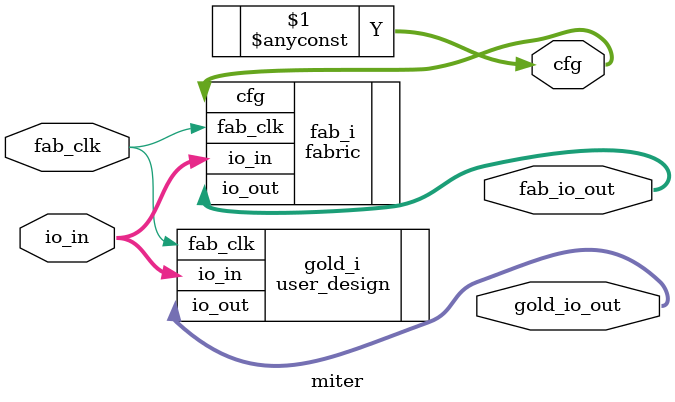
<source format=sv>
module miter(
	input fab_clk,
	input [3:0] io_in,
	output [119:0] cfg,
	output [7:0] fab_io_out,
	output [7:0] gold_io_out
);
	assign cfg = $anyconst;
	fabric fab_i (
  		.fab_clk(fab_clk),
    	.cfg(cfg),
   		.io_in(io_in), 
  		.io_out(fab_io_out)
	);

	user_design gold_i(
		.fab_clk(fab_clk),
		.io_in(io_in),
		.io_out(gold_io_out)
	);

	always @* assert(fab_io_out == gold_io_out);
endmodule

</source>
